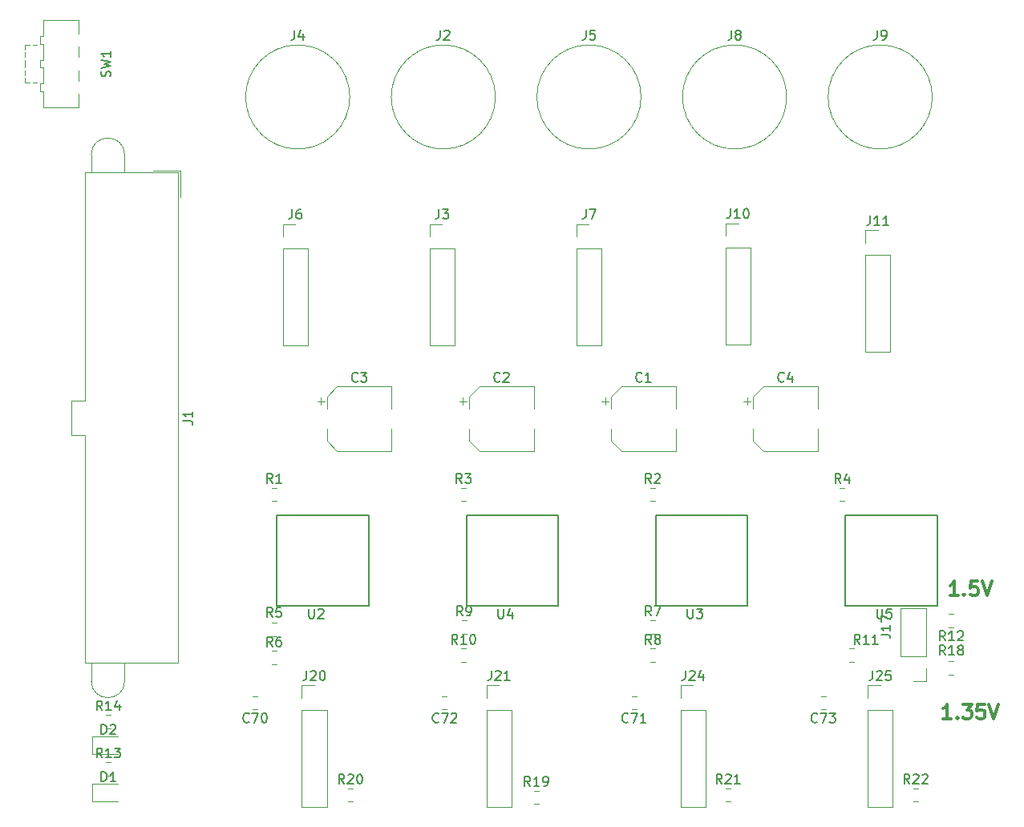
<source format=gbr>
G04 #@! TF.GenerationSoftware,KiCad,Pcbnew,(5.0.0-rc2-100-g6d77e594b)*
G04 #@! TF.CreationDate,2018-10-18T22:19:02+02:00*
G04 #@! TF.ProjectId,fuzzyduckv1,66757A7A796475636B76312E6B696361,rev?*
G04 #@! TF.SameCoordinates,Original*
G04 #@! TF.FileFunction,Legend,Top*
G04 #@! TF.FilePolarity,Positive*
%FSLAX46Y46*%
G04 Gerber Fmt 4.6, Leading zero omitted, Abs format (unit mm)*
G04 Created by KiCad (PCBNEW (5.0.0-rc2-100-g6d77e594b)) date Thu Oct 18 22:19:02 2018*
%MOMM*%
%LPD*%
G01*
G04 APERTURE LIST*
%ADD10C,0.300000*%
%ADD11C,0.120000*%
%ADD12C,0.150000*%
G04 APERTURE END LIST*
D10*
X145000000Y-106678571D02*
X144142857Y-106678571D01*
X144571428Y-106678571D02*
X144571428Y-105178571D01*
X144428571Y-105392857D01*
X144285714Y-105535714D01*
X144142857Y-105607142D01*
X145642857Y-106535714D02*
X145714285Y-106607142D01*
X145642857Y-106678571D01*
X145571428Y-106607142D01*
X145642857Y-106535714D01*
X145642857Y-106678571D01*
X146214285Y-105178571D02*
X147142857Y-105178571D01*
X146642857Y-105750000D01*
X146857142Y-105750000D01*
X147000000Y-105821428D01*
X147071428Y-105892857D01*
X147142857Y-106035714D01*
X147142857Y-106392857D01*
X147071428Y-106535714D01*
X147000000Y-106607142D01*
X146857142Y-106678571D01*
X146428571Y-106678571D01*
X146285714Y-106607142D01*
X146214285Y-106535714D01*
X148500000Y-105178571D02*
X147785714Y-105178571D01*
X147714285Y-105892857D01*
X147785714Y-105821428D01*
X147928571Y-105750000D01*
X148285714Y-105750000D01*
X148428571Y-105821428D01*
X148500000Y-105892857D01*
X148571428Y-106035714D01*
X148571428Y-106392857D01*
X148500000Y-106535714D01*
X148428571Y-106607142D01*
X148285714Y-106678571D01*
X147928571Y-106678571D01*
X147785714Y-106607142D01*
X147714285Y-106535714D01*
X149000000Y-105178571D02*
X149500000Y-106678571D01*
X150000000Y-105178571D01*
X145714285Y-93678571D02*
X144857142Y-93678571D01*
X145285714Y-93678571D02*
X145285714Y-92178571D01*
X145142857Y-92392857D01*
X145000000Y-92535714D01*
X144857142Y-92607142D01*
X146357142Y-93535714D02*
X146428571Y-93607142D01*
X146357142Y-93678571D01*
X146285714Y-93607142D01*
X146357142Y-93535714D01*
X146357142Y-93678571D01*
X147785714Y-92178571D02*
X147071428Y-92178571D01*
X147000000Y-92892857D01*
X147071428Y-92821428D01*
X147214285Y-92750000D01*
X147571428Y-92750000D01*
X147714285Y-92821428D01*
X147785714Y-92892857D01*
X147857142Y-93035714D01*
X147857142Y-93392857D01*
X147785714Y-93535714D01*
X147714285Y-93607142D01*
X147571428Y-93678571D01*
X147214285Y-93678571D01*
X147071428Y-93607142D01*
X147000000Y-93535714D01*
X148285714Y-92178571D02*
X148785714Y-93678571D01*
X149285714Y-92178571D01*
D11*
G04 #@! TO.C,C1*
X108456250Y-72758750D02*
X108456250Y-73546250D01*
X108062500Y-73152500D02*
X108850000Y-73152500D01*
X109090000Y-77345563D02*
X110154437Y-78410000D01*
X109090000Y-72654437D02*
X110154437Y-71590000D01*
X109090000Y-72654437D02*
X109090000Y-73940000D01*
X109090000Y-77345563D02*
X109090000Y-76060000D01*
X110154437Y-78410000D02*
X115910000Y-78410000D01*
X110154437Y-71590000D02*
X115910000Y-71590000D01*
X115910000Y-71590000D02*
X115910000Y-73940000D01*
X115910000Y-78410000D02*
X115910000Y-76060000D01*
G04 #@! TO.C,C2*
X100910000Y-78410000D02*
X100910000Y-76060000D01*
X100910000Y-71590000D02*
X100910000Y-73940000D01*
X95154437Y-71590000D02*
X100910000Y-71590000D01*
X95154437Y-78410000D02*
X100910000Y-78410000D01*
X94090000Y-77345563D02*
X94090000Y-76060000D01*
X94090000Y-72654437D02*
X94090000Y-73940000D01*
X94090000Y-72654437D02*
X95154437Y-71590000D01*
X94090000Y-77345563D02*
X95154437Y-78410000D01*
X93062500Y-73152500D02*
X93850000Y-73152500D01*
X93456250Y-72758750D02*
X93456250Y-73546250D01*
G04 #@! TO.C,C3*
X78456250Y-72758750D02*
X78456250Y-73546250D01*
X78062500Y-73152500D02*
X78850000Y-73152500D01*
X79090000Y-77345563D02*
X80154437Y-78410000D01*
X79090000Y-72654437D02*
X80154437Y-71590000D01*
X79090000Y-72654437D02*
X79090000Y-73940000D01*
X79090000Y-77345563D02*
X79090000Y-76060000D01*
X80154437Y-78410000D02*
X85910000Y-78410000D01*
X80154437Y-71590000D02*
X85910000Y-71590000D01*
X85910000Y-71590000D02*
X85910000Y-73940000D01*
X85910000Y-78410000D02*
X85910000Y-76060000D01*
G04 #@! TO.C,C4*
X130910000Y-78410000D02*
X130910000Y-76060000D01*
X130910000Y-71590000D02*
X130910000Y-73940000D01*
X125154437Y-71590000D02*
X130910000Y-71590000D01*
X125154437Y-78410000D02*
X130910000Y-78410000D01*
X124090000Y-77345563D02*
X124090000Y-76060000D01*
X124090000Y-72654437D02*
X124090000Y-73940000D01*
X124090000Y-72654437D02*
X125154437Y-71590000D01*
X124090000Y-77345563D02*
X125154437Y-78410000D01*
X123062500Y-73152500D02*
X123850000Y-73152500D01*
X123456250Y-72758750D02*
X123456250Y-73546250D01*
G04 #@! TO.C,C70*
X71758578Y-104290000D02*
X71241422Y-104290000D01*
X71758578Y-105710000D02*
X71241422Y-105710000D01*
G04 #@! TO.C,C71*
X111758578Y-105710000D02*
X111241422Y-105710000D01*
X111758578Y-104290000D02*
X111241422Y-104290000D01*
G04 #@! TO.C,C72*
X91758578Y-104290000D02*
X91241422Y-104290000D01*
X91758578Y-105710000D02*
X91241422Y-105710000D01*
G04 #@! TO.C,C73*
X131758578Y-105710000D02*
X131241422Y-105710000D01*
X131758578Y-104290000D02*
X131241422Y-104290000D01*
G04 #@! TO.C,D1*
X54315000Y-115460000D02*
X57000000Y-115460000D01*
X54315000Y-113540000D02*
X54315000Y-115460000D01*
X57000000Y-113540000D02*
X54315000Y-113540000D01*
G04 #@! TO.C,D2*
X57000000Y-108540000D02*
X54315000Y-108540000D01*
X54315000Y-108540000D02*
X54315000Y-110460000D01*
X54315000Y-110460000D02*
X57000000Y-110460000D01*
G04 #@! TO.C,J1*
X57720000Y-47100000D02*
G75*
G03X54200000Y-47100000I-1760000J0D01*
G01*
X54200000Y-102700000D02*
G75*
G03X57720000Y-102700000I1760000J0D01*
G01*
X57720000Y-47100000D02*
X57720000Y-48990000D01*
X54200000Y-47100000D02*
X54200000Y-48990000D01*
X57720000Y-102700000D02*
X57720000Y-100810000D01*
X54200000Y-102700000D02*
X54200000Y-100810000D01*
X63360000Y-74900000D02*
X63360000Y-48990000D01*
X63360000Y-48990000D02*
X53540000Y-48990000D01*
X53540000Y-48990000D02*
X53540000Y-73090000D01*
X53540000Y-73090000D02*
X52140000Y-73090000D01*
X52140000Y-73090000D02*
X52140000Y-74900000D01*
X63360000Y-74900000D02*
X63360000Y-100810000D01*
X63360000Y-100810000D02*
X53540000Y-100810000D01*
X53540000Y-100810000D02*
X53540000Y-76710000D01*
X53540000Y-76710000D02*
X52140000Y-76710000D01*
X52140000Y-76710000D02*
X52140000Y-74900000D01*
X63600000Y-51600000D02*
X63600000Y-48750000D01*
X63600000Y-48750000D02*
X60750000Y-48750000D01*
G04 #@! TO.C,J2*
X96875000Y-41000000D02*
G75*
G03X96875000Y-41000000I-5500000J0D01*
G01*
G04 #@! TO.C,J4*
X81500000Y-41000000D02*
G75*
G03X81500000Y-41000000I-5500000J0D01*
G01*
G04 #@! TO.C,J5*
X112250000Y-41000000D02*
G75*
G03X112250000Y-41000000I-5500000J0D01*
G01*
G04 #@! TO.C,J8*
X127625000Y-41000000D02*
G75*
G03X127625000Y-41000000I-5500000J0D01*
G01*
G04 #@! TO.C,J9*
X143000000Y-41000000D02*
G75*
G03X143000000Y-41000000I-5500000J0D01*
G01*
G04 #@! TO.C,J17*
X142330000Y-94994492D02*
X139670000Y-94994492D01*
X142330000Y-100134492D02*
X142330000Y-94994492D01*
X139670000Y-100134492D02*
X139670000Y-94994492D01*
X142330000Y-100134492D02*
X139670000Y-100134492D01*
X142330000Y-101404492D02*
X142330000Y-102734492D01*
X142330000Y-102734492D02*
X141000000Y-102734492D01*
G04 #@! TO.C,R1*
X73241422Y-83710000D02*
X73758578Y-83710000D01*
X73241422Y-82290000D02*
X73758578Y-82290000D01*
G04 #@! TO.C,R2*
X113241422Y-82290000D02*
X113758578Y-82290000D01*
X113241422Y-83710000D02*
X113758578Y-83710000D01*
G04 #@! TO.C,R3*
X93241422Y-83710000D02*
X93758578Y-83710000D01*
X93241422Y-82290000D02*
X93758578Y-82290000D01*
G04 #@! TO.C,R4*
X133241422Y-83710000D02*
X133758578Y-83710000D01*
X133241422Y-82290000D02*
X133758578Y-82290000D01*
G04 #@! TO.C,R5*
X73241422Y-96540000D02*
X73758578Y-96540000D01*
X73241422Y-97960000D02*
X73758578Y-97960000D01*
G04 #@! TO.C,R6*
X73241422Y-100960000D02*
X73758578Y-100960000D01*
X73241422Y-99540000D02*
X73758578Y-99540000D01*
G04 #@! TO.C,R7*
X113241422Y-96290000D02*
X113758578Y-96290000D01*
X113241422Y-97710000D02*
X113758578Y-97710000D01*
G04 #@! TO.C,R8*
X113241422Y-100710000D02*
X113758578Y-100710000D01*
X113241422Y-99290000D02*
X113758578Y-99290000D01*
G04 #@! TO.C,R9*
X93303922Y-96290000D02*
X93821078Y-96290000D01*
X93303922Y-97710000D02*
X93821078Y-97710000D01*
G04 #@! TO.C,R10*
X93241422Y-100710000D02*
X93758578Y-100710000D01*
X93241422Y-99290000D02*
X93758578Y-99290000D01*
G04 #@! TO.C,R11*
X134241422Y-100710000D02*
X134758578Y-100710000D01*
X134241422Y-99290000D02*
X134758578Y-99290000D01*
G04 #@! TO.C,R12*
X145258578Y-97034492D02*
X144741422Y-97034492D01*
X145258578Y-95614492D02*
X144741422Y-95614492D01*
G04 #@! TO.C,R13*
X55741422Y-111290000D02*
X56258578Y-111290000D01*
X55741422Y-112710000D02*
X56258578Y-112710000D01*
G04 #@! TO.C,R14*
X55741422Y-106290000D02*
X56258578Y-106290000D01*
X55741422Y-107710000D02*
X56258578Y-107710000D01*
G04 #@! TO.C,R18*
X145258578Y-102001992D02*
X144741422Y-102001992D01*
X145258578Y-100581992D02*
X144741422Y-100581992D01*
G04 #@! TO.C,SW1*
X52900000Y-40700000D02*
X52900000Y-42100000D01*
X52900000Y-42100000D02*
X49100000Y-42100000D01*
X49100000Y-32900000D02*
X52900000Y-32900000D01*
X52900000Y-32900000D02*
X52900000Y-34300000D01*
X52900000Y-39300000D02*
X52900000Y-38200000D01*
X52900000Y-38200000D02*
X52900000Y-38200000D01*
X52900000Y-36800000D02*
X52900000Y-35700000D01*
X52900000Y-35700000D02*
X52900000Y-35700000D01*
X49100000Y-42100000D02*
X49100000Y-40400000D01*
X49100000Y-40400000D02*
X48800000Y-40400000D01*
X48800000Y-40400000D02*
X48800000Y-39600000D01*
X48800000Y-39600000D02*
X49100000Y-39600000D01*
X49100000Y-39600000D02*
X49100000Y-37900000D01*
X49100000Y-37900000D02*
X48800000Y-37900000D01*
X48800000Y-37900000D02*
X48800000Y-37100000D01*
X48800000Y-37100000D02*
X49100000Y-37100000D01*
X49100000Y-37100000D02*
X49100000Y-35400000D01*
X49100000Y-35400000D02*
X48800000Y-35400000D01*
X48800000Y-35400000D02*
X48800000Y-34600000D01*
X48800000Y-34600000D02*
X49100000Y-34600000D01*
X49100000Y-34600000D02*
X49100000Y-32900000D01*
X49100000Y-32900000D02*
X49100000Y-32900000D01*
X47200000Y-35500000D02*
X47700000Y-35500000D01*
X47700000Y-35500000D02*
X47700000Y-35500000D01*
X47200000Y-35500000D02*
X47200000Y-36000000D01*
X47200000Y-36000000D02*
X47200000Y-36000000D01*
X47200000Y-39500000D02*
X47200000Y-39000000D01*
X47200000Y-39000000D02*
X47200000Y-39000000D01*
X47200000Y-39500000D02*
X47700000Y-39500000D01*
X47700000Y-39500000D02*
X47700000Y-39500000D01*
X48000000Y-39500000D02*
X48500000Y-39500000D01*
X48500000Y-39500000D02*
X48500000Y-39500000D01*
X48000000Y-35500000D02*
X48500000Y-35500000D01*
X48500000Y-35500000D02*
X48500000Y-35500000D01*
X47200000Y-36300000D02*
X47200000Y-36800000D01*
X47200000Y-36800000D02*
X47200000Y-36800000D01*
X47200000Y-38700000D02*
X47200000Y-38200000D01*
X47200000Y-38200000D02*
X47200000Y-38200000D01*
X47200000Y-37900000D02*
X47200000Y-37100000D01*
X47200000Y-37100000D02*
X47200000Y-37100000D01*
D12*
G04 #@! TO.C,U2*
X83500000Y-85240000D02*
X83500000Y-94760000D01*
X73800000Y-85240000D02*
X73800000Y-94760000D01*
X73799220Y-94772660D02*
X83496940Y-94762500D01*
X83499480Y-85227340D02*
X73801760Y-85224800D01*
G04 #@! TO.C,U3*
X123499480Y-85227340D02*
X113801760Y-85224800D01*
X113799220Y-94772660D02*
X123496940Y-94762500D01*
X113800000Y-85240000D02*
X113800000Y-94760000D01*
X123500000Y-85240000D02*
X123500000Y-94760000D01*
G04 #@! TO.C,U4*
X103500000Y-85240000D02*
X103500000Y-94760000D01*
X93800000Y-85240000D02*
X93800000Y-94760000D01*
X93799220Y-94772660D02*
X103496940Y-94762500D01*
X103499480Y-85227340D02*
X93801760Y-85224800D01*
G04 #@! TO.C,U5*
X143499480Y-85227340D02*
X133801760Y-85224800D01*
X133799220Y-94772660D02*
X143496940Y-94762500D01*
X133800000Y-85240000D02*
X133800000Y-94760000D01*
X143500000Y-85240000D02*
X143500000Y-94760000D01*
D11*
G04 #@! TO.C,J3*
X89920000Y-67240000D02*
X92580000Y-67240000D01*
X89920000Y-57020000D02*
X89920000Y-67240000D01*
X92580000Y-57020000D02*
X92580000Y-67240000D01*
X89920000Y-57020000D02*
X92580000Y-57020000D01*
X89920000Y-55750000D02*
X89920000Y-54420000D01*
X89920000Y-54420000D02*
X91250000Y-54420000D01*
G04 #@! TO.C,J6*
X74420000Y-67240000D02*
X77080000Y-67240000D01*
X74420000Y-57020000D02*
X74420000Y-67240000D01*
X77080000Y-57020000D02*
X77080000Y-67240000D01*
X74420000Y-57020000D02*
X77080000Y-57020000D01*
X74420000Y-55750000D02*
X74420000Y-54420000D01*
X74420000Y-54420000D02*
X75750000Y-54420000D01*
G04 #@! TO.C,J7*
X105420000Y-54420000D02*
X106750000Y-54420000D01*
X105420000Y-55750000D02*
X105420000Y-54420000D01*
X105420000Y-57020000D02*
X108080000Y-57020000D01*
X108080000Y-57020000D02*
X108080000Y-67240000D01*
X105420000Y-57020000D02*
X105420000Y-67240000D01*
X105420000Y-67240000D02*
X108080000Y-67240000D01*
G04 #@! TO.C,J10*
X121170000Y-54340000D02*
X122500000Y-54340000D01*
X121170000Y-55670000D02*
X121170000Y-54340000D01*
X121170000Y-56940000D02*
X123830000Y-56940000D01*
X123830000Y-56940000D02*
X123830000Y-67160000D01*
X121170000Y-56940000D02*
X121170000Y-67160000D01*
X121170000Y-67160000D02*
X123830000Y-67160000D01*
G04 #@! TO.C,J11*
X135920000Y-67910000D02*
X138580000Y-67910000D01*
X135920000Y-57690000D02*
X135920000Y-67910000D01*
X138580000Y-57690000D02*
X138580000Y-67910000D01*
X135920000Y-57690000D02*
X138580000Y-57690000D01*
X135920000Y-56420000D02*
X135920000Y-55090000D01*
X135920000Y-55090000D02*
X137250000Y-55090000D01*
G04 #@! TO.C,J20*
X76420000Y-103170000D02*
X77750000Y-103170000D01*
X76420000Y-104500000D02*
X76420000Y-103170000D01*
X76420000Y-105770000D02*
X79080000Y-105770000D01*
X79080000Y-105770000D02*
X79080000Y-115990000D01*
X76420000Y-105770000D02*
X76420000Y-115990000D01*
X76420000Y-115990000D02*
X79080000Y-115990000D01*
G04 #@! TO.C,J21*
X95920000Y-115990000D02*
X98580000Y-115990000D01*
X95920000Y-105770000D02*
X95920000Y-115990000D01*
X98580000Y-105770000D02*
X98580000Y-115990000D01*
X95920000Y-105770000D02*
X98580000Y-105770000D01*
X95920000Y-104500000D02*
X95920000Y-103170000D01*
X95920000Y-103170000D02*
X97250000Y-103170000D01*
G04 #@! TO.C,J24*
X116420000Y-115990000D02*
X119080000Y-115990000D01*
X116420000Y-105770000D02*
X116420000Y-115990000D01*
X119080000Y-105770000D02*
X119080000Y-115990000D01*
X116420000Y-105770000D02*
X119080000Y-105770000D01*
X116420000Y-104500000D02*
X116420000Y-103170000D01*
X116420000Y-103170000D02*
X117750000Y-103170000D01*
G04 #@! TO.C,J25*
X136170000Y-103170000D02*
X137500000Y-103170000D01*
X136170000Y-104500000D02*
X136170000Y-103170000D01*
X136170000Y-105770000D02*
X138830000Y-105770000D01*
X138830000Y-105770000D02*
X138830000Y-115990000D01*
X136170000Y-105770000D02*
X136170000Y-115990000D01*
X136170000Y-115990000D02*
X138830000Y-115990000D01*
G04 #@! TO.C,R19*
X100928922Y-114290000D02*
X101446078Y-114290000D01*
X100928922Y-115710000D02*
X101446078Y-115710000D01*
G04 #@! TO.C,R20*
X81303922Y-114040000D02*
X81821078Y-114040000D01*
X81303922Y-115460000D02*
X81821078Y-115460000D01*
G04 #@! TO.C,R21*
X121178922Y-115460000D02*
X121696078Y-115460000D01*
X121178922Y-114040000D02*
X121696078Y-114040000D01*
G04 #@! TO.C,R22*
X140991422Y-115460000D02*
X141508578Y-115460000D01*
X140991422Y-114040000D02*
X141508578Y-114040000D01*
G04 #@! TO.C,C1*
D12*
X112333333Y-71007142D02*
X112285714Y-71054761D01*
X112142857Y-71102380D01*
X112047619Y-71102380D01*
X111904761Y-71054761D01*
X111809523Y-70959523D01*
X111761904Y-70864285D01*
X111714285Y-70673809D01*
X111714285Y-70530952D01*
X111761904Y-70340476D01*
X111809523Y-70245238D01*
X111904761Y-70150000D01*
X112047619Y-70102380D01*
X112142857Y-70102380D01*
X112285714Y-70150000D01*
X112333333Y-70197619D01*
X113285714Y-71102380D02*
X112714285Y-71102380D01*
X113000000Y-71102380D02*
X113000000Y-70102380D01*
X112904761Y-70245238D01*
X112809523Y-70340476D01*
X112714285Y-70388095D01*
G04 #@! TO.C,C2*
X97333333Y-71007142D02*
X97285714Y-71054761D01*
X97142857Y-71102380D01*
X97047619Y-71102380D01*
X96904761Y-71054761D01*
X96809523Y-70959523D01*
X96761904Y-70864285D01*
X96714285Y-70673809D01*
X96714285Y-70530952D01*
X96761904Y-70340476D01*
X96809523Y-70245238D01*
X96904761Y-70150000D01*
X97047619Y-70102380D01*
X97142857Y-70102380D01*
X97285714Y-70150000D01*
X97333333Y-70197619D01*
X97714285Y-70197619D02*
X97761904Y-70150000D01*
X97857142Y-70102380D01*
X98095238Y-70102380D01*
X98190476Y-70150000D01*
X98238095Y-70197619D01*
X98285714Y-70292857D01*
X98285714Y-70388095D01*
X98238095Y-70530952D01*
X97666666Y-71102380D01*
X98285714Y-71102380D01*
G04 #@! TO.C,C3*
X82333333Y-71007142D02*
X82285714Y-71054761D01*
X82142857Y-71102380D01*
X82047619Y-71102380D01*
X81904761Y-71054761D01*
X81809523Y-70959523D01*
X81761904Y-70864285D01*
X81714285Y-70673809D01*
X81714285Y-70530952D01*
X81761904Y-70340476D01*
X81809523Y-70245238D01*
X81904761Y-70150000D01*
X82047619Y-70102380D01*
X82142857Y-70102380D01*
X82285714Y-70150000D01*
X82333333Y-70197619D01*
X82666666Y-70102380D02*
X83285714Y-70102380D01*
X82952380Y-70483333D01*
X83095238Y-70483333D01*
X83190476Y-70530952D01*
X83238095Y-70578571D01*
X83285714Y-70673809D01*
X83285714Y-70911904D01*
X83238095Y-71007142D01*
X83190476Y-71054761D01*
X83095238Y-71102380D01*
X82809523Y-71102380D01*
X82714285Y-71054761D01*
X82666666Y-71007142D01*
G04 #@! TO.C,C4*
X127333333Y-71007142D02*
X127285714Y-71054761D01*
X127142857Y-71102380D01*
X127047619Y-71102380D01*
X126904761Y-71054761D01*
X126809523Y-70959523D01*
X126761904Y-70864285D01*
X126714285Y-70673809D01*
X126714285Y-70530952D01*
X126761904Y-70340476D01*
X126809523Y-70245238D01*
X126904761Y-70150000D01*
X127047619Y-70102380D01*
X127142857Y-70102380D01*
X127285714Y-70150000D01*
X127333333Y-70197619D01*
X128190476Y-70435714D02*
X128190476Y-71102380D01*
X127952380Y-70054761D02*
X127714285Y-70769047D01*
X128333333Y-70769047D01*
G04 #@! TO.C,C70*
X70857142Y-107007142D02*
X70809523Y-107054761D01*
X70666666Y-107102380D01*
X70571428Y-107102380D01*
X70428571Y-107054761D01*
X70333333Y-106959523D01*
X70285714Y-106864285D01*
X70238095Y-106673809D01*
X70238095Y-106530952D01*
X70285714Y-106340476D01*
X70333333Y-106245238D01*
X70428571Y-106150000D01*
X70571428Y-106102380D01*
X70666666Y-106102380D01*
X70809523Y-106150000D01*
X70857142Y-106197619D01*
X71190476Y-106102380D02*
X71857142Y-106102380D01*
X71428571Y-107102380D01*
X72428571Y-106102380D02*
X72523809Y-106102380D01*
X72619047Y-106150000D01*
X72666666Y-106197619D01*
X72714285Y-106292857D01*
X72761904Y-106483333D01*
X72761904Y-106721428D01*
X72714285Y-106911904D01*
X72666666Y-107007142D01*
X72619047Y-107054761D01*
X72523809Y-107102380D01*
X72428571Y-107102380D01*
X72333333Y-107054761D01*
X72285714Y-107007142D01*
X72238095Y-106911904D01*
X72190476Y-106721428D01*
X72190476Y-106483333D01*
X72238095Y-106292857D01*
X72285714Y-106197619D01*
X72333333Y-106150000D01*
X72428571Y-106102380D01*
G04 #@! TO.C,C71*
X110857142Y-107007142D02*
X110809523Y-107054761D01*
X110666666Y-107102380D01*
X110571428Y-107102380D01*
X110428571Y-107054761D01*
X110333333Y-106959523D01*
X110285714Y-106864285D01*
X110238095Y-106673809D01*
X110238095Y-106530952D01*
X110285714Y-106340476D01*
X110333333Y-106245238D01*
X110428571Y-106150000D01*
X110571428Y-106102380D01*
X110666666Y-106102380D01*
X110809523Y-106150000D01*
X110857142Y-106197619D01*
X111190476Y-106102380D02*
X111857142Y-106102380D01*
X111428571Y-107102380D01*
X112761904Y-107102380D02*
X112190476Y-107102380D01*
X112476190Y-107102380D02*
X112476190Y-106102380D01*
X112380952Y-106245238D01*
X112285714Y-106340476D01*
X112190476Y-106388095D01*
G04 #@! TO.C,C72*
X90857142Y-107007142D02*
X90809523Y-107054761D01*
X90666666Y-107102380D01*
X90571428Y-107102380D01*
X90428571Y-107054761D01*
X90333333Y-106959523D01*
X90285714Y-106864285D01*
X90238095Y-106673809D01*
X90238095Y-106530952D01*
X90285714Y-106340476D01*
X90333333Y-106245238D01*
X90428571Y-106150000D01*
X90571428Y-106102380D01*
X90666666Y-106102380D01*
X90809523Y-106150000D01*
X90857142Y-106197619D01*
X91190476Y-106102380D02*
X91857142Y-106102380D01*
X91428571Y-107102380D01*
X92190476Y-106197619D02*
X92238095Y-106150000D01*
X92333333Y-106102380D01*
X92571428Y-106102380D01*
X92666666Y-106150000D01*
X92714285Y-106197619D01*
X92761904Y-106292857D01*
X92761904Y-106388095D01*
X92714285Y-106530952D01*
X92142857Y-107102380D01*
X92761904Y-107102380D01*
G04 #@! TO.C,C73*
X130857142Y-107007142D02*
X130809523Y-107054761D01*
X130666666Y-107102380D01*
X130571428Y-107102380D01*
X130428571Y-107054761D01*
X130333333Y-106959523D01*
X130285714Y-106864285D01*
X130238095Y-106673809D01*
X130238095Y-106530952D01*
X130285714Y-106340476D01*
X130333333Y-106245238D01*
X130428571Y-106150000D01*
X130571428Y-106102380D01*
X130666666Y-106102380D01*
X130809523Y-106150000D01*
X130857142Y-106197619D01*
X131190476Y-106102380D02*
X131857142Y-106102380D01*
X131428571Y-107102380D01*
X132142857Y-106102380D02*
X132761904Y-106102380D01*
X132428571Y-106483333D01*
X132571428Y-106483333D01*
X132666666Y-106530952D01*
X132714285Y-106578571D01*
X132761904Y-106673809D01*
X132761904Y-106911904D01*
X132714285Y-107007142D01*
X132666666Y-107054761D01*
X132571428Y-107102380D01*
X132285714Y-107102380D01*
X132190476Y-107054761D01*
X132142857Y-107007142D01*
G04 #@! TO.C,D1*
X55261904Y-113302380D02*
X55261904Y-112302380D01*
X55500000Y-112302380D01*
X55642857Y-112350000D01*
X55738095Y-112445238D01*
X55785714Y-112540476D01*
X55833333Y-112730952D01*
X55833333Y-112873809D01*
X55785714Y-113064285D01*
X55738095Y-113159523D01*
X55642857Y-113254761D01*
X55500000Y-113302380D01*
X55261904Y-113302380D01*
X56785714Y-113302380D02*
X56214285Y-113302380D01*
X56500000Y-113302380D02*
X56500000Y-112302380D01*
X56404761Y-112445238D01*
X56309523Y-112540476D01*
X56214285Y-112588095D01*
G04 #@! TO.C,D2*
X55261904Y-108302380D02*
X55261904Y-107302380D01*
X55500000Y-107302380D01*
X55642857Y-107350000D01*
X55738095Y-107445238D01*
X55785714Y-107540476D01*
X55833333Y-107730952D01*
X55833333Y-107873809D01*
X55785714Y-108064285D01*
X55738095Y-108159523D01*
X55642857Y-108254761D01*
X55500000Y-108302380D01*
X55261904Y-108302380D01*
X56214285Y-107397619D02*
X56261904Y-107350000D01*
X56357142Y-107302380D01*
X56595238Y-107302380D01*
X56690476Y-107350000D01*
X56738095Y-107397619D01*
X56785714Y-107492857D01*
X56785714Y-107588095D01*
X56738095Y-107730952D01*
X56166666Y-108302380D01*
X56785714Y-108302380D01*
G04 #@! TO.C,J1*
X63902380Y-75233333D02*
X64616666Y-75233333D01*
X64759523Y-75280952D01*
X64854761Y-75376190D01*
X64902380Y-75519047D01*
X64902380Y-75614285D01*
X64902380Y-74233333D02*
X64902380Y-74804761D01*
X64902380Y-74519047D02*
X63902380Y-74519047D01*
X64045238Y-74614285D01*
X64140476Y-74709523D01*
X64188095Y-74804761D01*
G04 #@! TO.C,J2*
X91041666Y-33952380D02*
X91041666Y-34666666D01*
X90994047Y-34809523D01*
X90898809Y-34904761D01*
X90755952Y-34952380D01*
X90660714Y-34952380D01*
X91470238Y-34047619D02*
X91517857Y-34000000D01*
X91613095Y-33952380D01*
X91851190Y-33952380D01*
X91946428Y-34000000D01*
X91994047Y-34047619D01*
X92041666Y-34142857D01*
X92041666Y-34238095D01*
X91994047Y-34380952D01*
X91422619Y-34952380D01*
X92041666Y-34952380D01*
G04 #@! TO.C,J4*
X75666666Y-33952380D02*
X75666666Y-34666666D01*
X75619047Y-34809523D01*
X75523809Y-34904761D01*
X75380952Y-34952380D01*
X75285714Y-34952380D01*
X76571428Y-34285714D02*
X76571428Y-34952380D01*
X76333333Y-33904761D02*
X76095238Y-34619047D01*
X76714285Y-34619047D01*
G04 #@! TO.C,J5*
X106416666Y-33952380D02*
X106416666Y-34666666D01*
X106369047Y-34809523D01*
X106273809Y-34904761D01*
X106130952Y-34952380D01*
X106035714Y-34952380D01*
X107369047Y-33952380D02*
X106892857Y-33952380D01*
X106845238Y-34428571D01*
X106892857Y-34380952D01*
X106988095Y-34333333D01*
X107226190Y-34333333D01*
X107321428Y-34380952D01*
X107369047Y-34428571D01*
X107416666Y-34523809D01*
X107416666Y-34761904D01*
X107369047Y-34857142D01*
X107321428Y-34904761D01*
X107226190Y-34952380D01*
X106988095Y-34952380D01*
X106892857Y-34904761D01*
X106845238Y-34857142D01*
G04 #@! TO.C,J8*
X121791666Y-33952380D02*
X121791666Y-34666666D01*
X121744047Y-34809523D01*
X121648809Y-34904761D01*
X121505952Y-34952380D01*
X121410714Y-34952380D01*
X122410714Y-34380952D02*
X122315476Y-34333333D01*
X122267857Y-34285714D01*
X122220238Y-34190476D01*
X122220238Y-34142857D01*
X122267857Y-34047619D01*
X122315476Y-34000000D01*
X122410714Y-33952380D01*
X122601190Y-33952380D01*
X122696428Y-34000000D01*
X122744047Y-34047619D01*
X122791666Y-34142857D01*
X122791666Y-34190476D01*
X122744047Y-34285714D01*
X122696428Y-34333333D01*
X122601190Y-34380952D01*
X122410714Y-34380952D01*
X122315476Y-34428571D01*
X122267857Y-34476190D01*
X122220238Y-34571428D01*
X122220238Y-34761904D01*
X122267857Y-34857142D01*
X122315476Y-34904761D01*
X122410714Y-34952380D01*
X122601190Y-34952380D01*
X122696428Y-34904761D01*
X122744047Y-34857142D01*
X122791666Y-34761904D01*
X122791666Y-34571428D01*
X122744047Y-34476190D01*
X122696428Y-34428571D01*
X122601190Y-34380952D01*
G04 #@! TO.C,J9*
X137166666Y-33952380D02*
X137166666Y-34666666D01*
X137119047Y-34809523D01*
X137023809Y-34904761D01*
X136880952Y-34952380D01*
X136785714Y-34952380D01*
X137690476Y-34952380D02*
X137880952Y-34952380D01*
X137976190Y-34904761D01*
X138023809Y-34857142D01*
X138119047Y-34714285D01*
X138166666Y-34523809D01*
X138166666Y-34142857D01*
X138119047Y-34047619D01*
X138071428Y-34000000D01*
X137976190Y-33952380D01*
X137785714Y-33952380D01*
X137690476Y-34000000D01*
X137642857Y-34047619D01*
X137595238Y-34142857D01*
X137595238Y-34380952D01*
X137642857Y-34476190D01*
X137690476Y-34523809D01*
X137785714Y-34571428D01*
X137976190Y-34571428D01*
X138071428Y-34523809D01*
X138119047Y-34476190D01*
X138166666Y-34380952D01*
G04 #@! TO.C,J17*
X137581032Y-97809523D02*
X138295318Y-97809523D01*
X138438175Y-97857142D01*
X138533413Y-97952380D01*
X138581032Y-98095238D01*
X138581032Y-98190476D01*
X138581032Y-96809523D02*
X138581032Y-97380952D01*
X138581032Y-97095238D02*
X137581032Y-97095238D01*
X137723890Y-97190476D01*
X137819128Y-97285714D01*
X137866747Y-97380952D01*
X137581032Y-96476190D02*
X137581032Y-95809523D01*
X138581032Y-96238095D01*
G04 #@! TO.C,R1*
X73333333Y-81802380D02*
X73000000Y-81326190D01*
X72761904Y-81802380D02*
X72761904Y-80802380D01*
X73142857Y-80802380D01*
X73238095Y-80850000D01*
X73285714Y-80897619D01*
X73333333Y-80992857D01*
X73333333Y-81135714D01*
X73285714Y-81230952D01*
X73238095Y-81278571D01*
X73142857Y-81326190D01*
X72761904Y-81326190D01*
X74285714Y-81802380D02*
X73714285Y-81802380D01*
X74000000Y-81802380D02*
X74000000Y-80802380D01*
X73904761Y-80945238D01*
X73809523Y-81040476D01*
X73714285Y-81088095D01*
G04 #@! TO.C,R2*
X113333333Y-81802380D02*
X113000000Y-81326190D01*
X112761904Y-81802380D02*
X112761904Y-80802380D01*
X113142857Y-80802380D01*
X113238095Y-80850000D01*
X113285714Y-80897619D01*
X113333333Y-80992857D01*
X113333333Y-81135714D01*
X113285714Y-81230952D01*
X113238095Y-81278571D01*
X113142857Y-81326190D01*
X112761904Y-81326190D01*
X113714285Y-80897619D02*
X113761904Y-80850000D01*
X113857142Y-80802380D01*
X114095238Y-80802380D01*
X114190476Y-80850000D01*
X114238095Y-80897619D01*
X114285714Y-80992857D01*
X114285714Y-81088095D01*
X114238095Y-81230952D01*
X113666666Y-81802380D01*
X114285714Y-81802380D01*
G04 #@! TO.C,R3*
X93333333Y-81802380D02*
X93000000Y-81326190D01*
X92761904Y-81802380D02*
X92761904Y-80802380D01*
X93142857Y-80802380D01*
X93238095Y-80850000D01*
X93285714Y-80897619D01*
X93333333Y-80992857D01*
X93333333Y-81135714D01*
X93285714Y-81230952D01*
X93238095Y-81278571D01*
X93142857Y-81326190D01*
X92761904Y-81326190D01*
X93666666Y-80802380D02*
X94285714Y-80802380D01*
X93952380Y-81183333D01*
X94095238Y-81183333D01*
X94190476Y-81230952D01*
X94238095Y-81278571D01*
X94285714Y-81373809D01*
X94285714Y-81611904D01*
X94238095Y-81707142D01*
X94190476Y-81754761D01*
X94095238Y-81802380D01*
X93809523Y-81802380D01*
X93714285Y-81754761D01*
X93666666Y-81707142D01*
G04 #@! TO.C,R4*
X133333333Y-81802380D02*
X133000000Y-81326190D01*
X132761904Y-81802380D02*
X132761904Y-80802380D01*
X133142857Y-80802380D01*
X133238095Y-80850000D01*
X133285714Y-80897619D01*
X133333333Y-80992857D01*
X133333333Y-81135714D01*
X133285714Y-81230952D01*
X133238095Y-81278571D01*
X133142857Y-81326190D01*
X132761904Y-81326190D01*
X134190476Y-81135714D02*
X134190476Y-81802380D01*
X133952380Y-80754761D02*
X133714285Y-81469047D01*
X134333333Y-81469047D01*
G04 #@! TO.C,R5*
X73333333Y-95952380D02*
X73000000Y-95476190D01*
X72761904Y-95952380D02*
X72761904Y-94952380D01*
X73142857Y-94952380D01*
X73238095Y-95000000D01*
X73285714Y-95047619D01*
X73333333Y-95142857D01*
X73333333Y-95285714D01*
X73285714Y-95380952D01*
X73238095Y-95428571D01*
X73142857Y-95476190D01*
X72761904Y-95476190D01*
X74238095Y-94952380D02*
X73761904Y-94952380D01*
X73714285Y-95428571D01*
X73761904Y-95380952D01*
X73857142Y-95333333D01*
X74095238Y-95333333D01*
X74190476Y-95380952D01*
X74238095Y-95428571D01*
X74285714Y-95523809D01*
X74285714Y-95761904D01*
X74238095Y-95857142D01*
X74190476Y-95904761D01*
X74095238Y-95952380D01*
X73857142Y-95952380D01*
X73761904Y-95904761D01*
X73714285Y-95857142D01*
G04 #@! TO.C,R6*
X73333333Y-99052380D02*
X73000000Y-98576190D01*
X72761904Y-99052380D02*
X72761904Y-98052380D01*
X73142857Y-98052380D01*
X73238095Y-98100000D01*
X73285714Y-98147619D01*
X73333333Y-98242857D01*
X73333333Y-98385714D01*
X73285714Y-98480952D01*
X73238095Y-98528571D01*
X73142857Y-98576190D01*
X72761904Y-98576190D01*
X74190476Y-98052380D02*
X74000000Y-98052380D01*
X73904761Y-98100000D01*
X73857142Y-98147619D01*
X73761904Y-98290476D01*
X73714285Y-98480952D01*
X73714285Y-98861904D01*
X73761904Y-98957142D01*
X73809523Y-99004761D01*
X73904761Y-99052380D01*
X74095238Y-99052380D01*
X74190476Y-99004761D01*
X74238095Y-98957142D01*
X74285714Y-98861904D01*
X74285714Y-98623809D01*
X74238095Y-98528571D01*
X74190476Y-98480952D01*
X74095238Y-98433333D01*
X73904761Y-98433333D01*
X73809523Y-98480952D01*
X73761904Y-98528571D01*
X73714285Y-98623809D01*
G04 #@! TO.C,R7*
X113333333Y-95802380D02*
X113000000Y-95326190D01*
X112761904Y-95802380D02*
X112761904Y-94802380D01*
X113142857Y-94802380D01*
X113238095Y-94850000D01*
X113285714Y-94897619D01*
X113333333Y-94992857D01*
X113333333Y-95135714D01*
X113285714Y-95230952D01*
X113238095Y-95278571D01*
X113142857Y-95326190D01*
X112761904Y-95326190D01*
X113666666Y-94802380D02*
X114333333Y-94802380D01*
X113904761Y-95802380D01*
G04 #@! TO.C,R8*
X113333333Y-98802380D02*
X113000000Y-98326190D01*
X112761904Y-98802380D02*
X112761904Y-97802380D01*
X113142857Y-97802380D01*
X113238095Y-97850000D01*
X113285714Y-97897619D01*
X113333333Y-97992857D01*
X113333333Y-98135714D01*
X113285714Y-98230952D01*
X113238095Y-98278571D01*
X113142857Y-98326190D01*
X112761904Y-98326190D01*
X113904761Y-98230952D02*
X113809523Y-98183333D01*
X113761904Y-98135714D01*
X113714285Y-98040476D01*
X113714285Y-97992857D01*
X113761904Y-97897619D01*
X113809523Y-97850000D01*
X113904761Y-97802380D01*
X114095238Y-97802380D01*
X114190476Y-97850000D01*
X114238095Y-97897619D01*
X114285714Y-97992857D01*
X114285714Y-98040476D01*
X114238095Y-98135714D01*
X114190476Y-98183333D01*
X114095238Y-98230952D01*
X113904761Y-98230952D01*
X113809523Y-98278571D01*
X113761904Y-98326190D01*
X113714285Y-98421428D01*
X113714285Y-98611904D01*
X113761904Y-98707142D01*
X113809523Y-98754761D01*
X113904761Y-98802380D01*
X114095238Y-98802380D01*
X114190476Y-98754761D01*
X114238095Y-98707142D01*
X114285714Y-98611904D01*
X114285714Y-98421428D01*
X114238095Y-98326190D01*
X114190476Y-98278571D01*
X114095238Y-98230952D01*
G04 #@! TO.C,R9*
X93395833Y-95802380D02*
X93062500Y-95326190D01*
X92824404Y-95802380D02*
X92824404Y-94802380D01*
X93205357Y-94802380D01*
X93300595Y-94850000D01*
X93348214Y-94897619D01*
X93395833Y-94992857D01*
X93395833Y-95135714D01*
X93348214Y-95230952D01*
X93300595Y-95278571D01*
X93205357Y-95326190D01*
X92824404Y-95326190D01*
X93872023Y-95802380D02*
X94062500Y-95802380D01*
X94157738Y-95754761D01*
X94205357Y-95707142D01*
X94300595Y-95564285D01*
X94348214Y-95373809D01*
X94348214Y-94992857D01*
X94300595Y-94897619D01*
X94252976Y-94850000D01*
X94157738Y-94802380D01*
X93967261Y-94802380D01*
X93872023Y-94850000D01*
X93824404Y-94897619D01*
X93776785Y-94992857D01*
X93776785Y-95230952D01*
X93824404Y-95326190D01*
X93872023Y-95373809D01*
X93967261Y-95421428D01*
X94157738Y-95421428D01*
X94252976Y-95373809D01*
X94300595Y-95326190D01*
X94348214Y-95230952D01*
G04 #@! TO.C,R10*
X92857142Y-98802380D02*
X92523809Y-98326190D01*
X92285714Y-98802380D02*
X92285714Y-97802380D01*
X92666666Y-97802380D01*
X92761904Y-97850000D01*
X92809523Y-97897619D01*
X92857142Y-97992857D01*
X92857142Y-98135714D01*
X92809523Y-98230952D01*
X92761904Y-98278571D01*
X92666666Y-98326190D01*
X92285714Y-98326190D01*
X93809523Y-98802380D02*
X93238095Y-98802380D01*
X93523809Y-98802380D02*
X93523809Y-97802380D01*
X93428571Y-97945238D01*
X93333333Y-98040476D01*
X93238095Y-98088095D01*
X94428571Y-97802380D02*
X94523809Y-97802380D01*
X94619047Y-97850000D01*
X94666666Y-97897619D01*
X94714285Y-97992857D01*
X94761904Y-98183333D01*
X94761904Y-98421428D01*
X94714285Y-98611904D01*
X94666666Y-98707142D01*
X94619047Y-98754761D01*
X94523809Y-98802380D01*
X94428571Y-98802380D01*
X94333333Y-98754761D01*
X94285714Y-98707142D01*
X94238095Y-98611904D01*
X94190476Y-98421428D01*
X94190476Y-98183333D01*
X94238095Y-97992857D01*
X94285714Y-97897619D01*
X94333333Y-97850000D01*
X94428571Y-97802380D01*
G04 #@! TO.C,R11*
X135357142Y-98802380D02*
X135023809Y-98326190D01*
X134785714Y-98802380D02*
X134785714Y-97802380D01*
X135166666Y-97802380D01*
X135261904Y-97850000D01*
X135309523Y-97897619D01*
X135357142Y-97992857D01*
X135357142Y-98135714D01*
X135309523Y-98230952D01*
X135261904Y-98278571D01*
X135166666Y-98326190D01*
X134785714Y-98326190D01*
X136309523Y-98802380D02*
X135738095Y-98802380D01*
X136023809Y-98802380D02*
X136023809Y-97802380D01*
X135928571Y-97945238D01*
X135833333Y-98040476D01*
X135738095Y-98088095D01*
X137261904Y-98802380D02*
X136690476Y-98802380D01*
X136976190Y-98802380D02*
X136976190Y-97802380D01*
X136880952Y-97945238D01*
X136785714Y-98040476D01*
X136690476Y-98088095D01*
G04 #@! TO.C,R12*
X144357142Y-98426872D02*
X144023809Y-97950682D01*
X143785714Y-98426872D02*
X143785714Y-97426872D01*
X144166666Y-97426872D01*
X144261904Y-97474492D01*
X144309523Y-97522111D01*
X144357142Y-97617349D01*
X144357142Y-97760206D01*
X144309523Y-97855444D01*
X144261904Y-97903063D01*
X144166666Y-97950682D01*
X143785714Y-97950682D01*
X145309523Y-98426872D02*
X144738095Y-98426872D01*
X145023809Y-98426872D02*
X145023809Y-97426872D01*
X144928571Y-97569730D01*
X144833333Y-97664968D01*
X144738095Y-97712587D01*
X145690476Y-97522111D02*
X145738095Y-97474492D01*
X145833333Y-97426872D01*
X146071428Y-97426872D01*
X146166666Y-97474492D01*
X146214285Y-97522111D01*
X146261904Y-97617349D01*
X146261904Y-97712587D01*
X146214285Y-97855444D01*
X145642857Y-98426872D01*
X146261904Y-98426872D01*
G04 #@! TO.C,R13*
X55357142Y-110802380D02*
X55023809Y-110326190D01*
X54785714Y-110802380D02*
X54785714Y-109802380D01*
X55166666Y-109802380D01*
X55261904Y-109850000D01*
X55309523Y-109897619D01*
X55357142Y-109992857D01*
X55357142Y-110135714D01*
X55309523Y-110230952D01*
X55261904Y-110278571D01*
X55166666Y-110326190D01*
X54785714Y-110326190D01*
X56309523Y-110802380D02*
X55738095Y-110802380D01*
X56023809Y-110802380D02*
X56023809Y-109802380D01*
X55928571Y-109945238D01*
X55833333Y-110040476D01*
X55738095Y-110088095D01*
X56642857Y-109802380D02*
X57261904Y-109802380D01*
X56928571Y-110183333D01*
X57071428Y-110183333D01*
X57166666Y-110230952D01*
X57214285Y-110278571D01*
X57261904Y-110373809D01*
X57261904Y-110611904D01*
X57214285Y-110707142D01*
X57166666Y-110754761D01*
X57071428Y-110802380D01*
X56785714Y-110802380D01*
X56690476Y-110754761D01*
X56642857Y-110707142D01*
G04 #@! TO.C,R14*
X55357142Y-105802380D02*
X55023809Y-105326190D01*
X54785714Y-105802380D02*
X54785714Y-104802380D01*
X55166666Y-104802380D01*
X55261904Y-104850000D01*
X55309523Y-104897619D01*
X55357142Y-104992857D01*
X55357142Y-105135714D01*
X55309523Y-105230952D01*
X55261904Y-105278571D01*
X55166666Y-105326190D01*
X54785714Y-105326190D01*
X56309523Y-105802380D02*
X55738095Y-105802380D01*
X56023809Y-105802380D02*
X56023809Y-104802380D01*
X55928571Y-104945238D01*
X55833333Y-105040476D01*
X55738095Y-105088095D01*
X57166666Y-105135714D02*
X57166666Y-105802380D01*
X56928571Y-104754761D02*
X56690476Y-105469047D01*
X57309523Y-105469047D01*
G04 #@! TO.C,R18*
X144357142Y-99952380D02*
X144023809Y-99476190D01*
X143785714Y-99952380D02*
X143785714Y-98952380D01*
X144166666Y-98952380D01*
X144261904Y-99000000D01*
X144309523Y-99047619D01*
X144357142Y-99142857D01*
X144357142Y-99285714D01*
X144309523Y-99380952D01*
X144261904Y-99428571D01*
X144166666Y-99476190D01*
X143785714Y-99476190D01*
X145309523Y-99952380D02*
X144738095Y-99952380D01*
X145023809Y-99952380D02*
X145023809Y-98952380D01*
X144928571Y-99095238D01*
X144833333Y-99190476D01*
X144738095Y-99238095D01*
X145880952Y-99380952D02*
X145785714Y-99333333D01*
X145738095Y-99285714D01*
X145690476Y-99190476D01*
X145690476Y-99142857D01*
X145738095Y-99047619D01*
X145785714Y-99000000D01*
X145880952Y-98952380D01*
X146071428Y-98952380D01*
X146166666Y-99000000D01*
X146214285Y-99047619D01*
X146261904Y-99142857D01*
X146261904Y-99190476D01*
X146214285Y-99285714D01*
X146166666Y-99333333D01*
X146071428Y-99380952D01*
X145880952Y-99380952D01*
X145785714Y-99428571D01*
X145738095Y-99476190D01*
X145690476Y-99571428D01*
X145690476Y-99761904D01*
X145738095Y-99857142D01*
X145785714Y-99904761D01*
X145880952Y-99952380D01*
X146071428Y-99952380D01*
X146166666Y-99904761D01*
X146214285Y-99857142D01*
X146261904Y-99761904D01*
X146261904Y-99571428D01*
X146214285Y-99476190D01*
X146166666Y-99428571D01*
X146071428Y-99380952D01*
G04 #@! TO.C,SW1*
X56204761Y-38833333D02*
X56252380Y-38690476D01*
X56252380Y-38452380D01*
X56204761Y-38357142D01*
X56157142Y-38309523D01*
X56061904Y-38261904D01*
X55966666Y-38261904D01*
X55871428Y-38309523D01*
X55823809Y-38357142D01*
X55776190Y-38452380D01*
X55728571Y-38642857D01*
X55680952Y-38738095D01*
X55633333Y-38785714D01*
X55538095Y-38833333D01*
X55442857Y-38833333D01*
X55347619Y-38785714D01*
X55300000Y-38738095D01*
X55252380Y-38642857D01*
X55252380Y-38404761D01*
X55300000Y-38261904D01*
X55252380Y-37928571D02*
X56252380Y-37690476D01*
X55538095Y-37500000D01*
X56252380Y-37309523D01*
X55252380Y-37071428D01*
X56252380Y-36166666D02*
X56252380Y-36738095D01*
X56252380Y-36452380D02*
X55252380Y-36452380D01*
X55395238Y-36547619D01*
X55490476Y-36642857D01*
X55538095Y-36738095D01*
G04 #@! TO.C,U2*
X77162275Y-95075940D02*
X77162275Y-95885464D01*
X77209894Y-95980702D01*
X77257513Y-96028321D01*
X77352751Y-96075940D01*
X77543227Y-96075940D01*
X77638465Y-96028321D01*
X77686084Y-95980702D01*
X77733703Y-95885464D01*
X77733703Y-95075940D01*
X78162275Y-95171179D02*
X78209894Y-95123560D01*
X78305132Y-95075940D01*
X78543227Y-95075940D01*
X78638465Y-95123560D01*
X78686084Y-95171179D01*
X78733703Y-95266417D01*
X78733703Y-95361655D01*
X78686084Y-95504512D01*
X78114656Y-96075940D01*
X78733703Y-96075940D01*
G04 #@! TO.C,U3*
X117162275Y-95075940D02*
X117162275Y-95885464D01*
X117209894Y-95980702D01*
X117257513Y-96028321D01*
X117352751Y-96075940D01*
X117543227Y-96075940D01*
X117638465Y-96028321D01*
X117686084Y-95980702D01*
X117733703Y-95885464D01*
X117733703Y-95075940D01*
X118114656Y-95075940D02*
X118733703Y-95075940D01*
X118400370Y-95456893D01*
X118543227Y-95456893D01*
X118638465Y-95504512D01*
X118686084Y-95552131D01*
X118733703Y-95647369D01*
X118733703Y-95885464D01*
X118686084Y-95980702D01*
X118638465Y-96028321D01*
X118543227Y-96075940D01*
X118257513Y-96075940D01*
X118162275Y-96028321D01*
X118114656Y-95980702D01*
G04 #@! TO.C,U4*
X97162275Y-95075940D02*
X97162275Y-95885464D01*
X97209894Y-95980702D01*
X97257513Y-96028321D01*
X97352751Y-96075940D01*
X97543227Y-96075940D01*
X97638465Y-96028321D01*
X97686084Y-95980702D01*
X97733703Y-95885464D01*
X97733703Y-95075940D01*
X98638465Y-95409274D02*
X98638465Y-96075940D01*
X98400370Y-95028321D02*
X98162275Y-95742607D01*
X98781322Y-95742607D01*
G04 #@! TO.C,U5*
X137162275Y-95075940D02*
X137162275Y-95885464D01*
X137209894Y-95980702D01*
X137257513Y-96028321D01*
X137352751Y-96075940D01*
X137543227Y-96075940D01*
X137638465Y-96028321D01*
X137686084Y-95980702D01*
X137733703Y-95885464D01*
X137733703Y-95075940D01*
X138686084Y-95075940D02*
X138209894Y-95075940D01*
X138162275Y-95552131D01*
X138209894Y-95504512D01*
X138305132Y-95456893D01*
X138543227Y-95456893D01*
X138638465Y-95504512D01*
X138686084Y-95552131D01*
X138733703Y-95647369D01*
X138733703Y-95885464D01*
X138686084Y-95980702D01*
X138638465Y-96028321D01*
X138543227Y-96075940D01*
X138305132Y-96075940D01*
X138209894Y-96028321D01*
X138162275Y-95980702D01*
G04 #@! TO.C,J3*
X90916666Y-52872380D02*
X90916666Y-53586666D01*
X90869047Y-53729523D01*
X90773809Y-53824761D01*
X90630952Y-53872380D01*
X90535714Y-53872380D01*
X91297619Y-52872380D02*
X91916666Y-52872380D01*
X91583333Y-53253333D01*
X91726190Y-53253333D01*
X91821428Y-53300952D01*
X91869047Y-53348571D01*
X91916666Y-53443809D01*
X91916666Y-53681904D01*
X91869047Y-53777142D01*
X91821428Y-53824761D01*
X91726190Y-53872380D01*
X91440476Y-53872380D01*
X91345238Y-53824761D01*
X91297619Y-53777142D01*
G04 #@! TO.C,J6*
X75416666Y-52872380D02*
X75416666Y-53586666D01*
X75369047Y-53729523D01*
X75273809Y-53824761D01*
X75130952Y-53872380D01*
X75035714Y-53872380D01*
X76321428Y-52872380D02*
X76130952Y-52872380D01*
X76035714Y-52920000D01*
X75988095Y-52967619D01*
X75892857Y-53110476D01*
X75845238Y-53300952D01*
X75845238Y-53681904D01*
X75892857Y-53777142D01*
X75940476Y-53824761D01*
X76035714Y-53872380D01*
X76226190Y-53872380D01*
X76321428Y-53824761D01*
X76369047Y-53777142D01*
X76416666Y-53681904D01*
X76416666Y-53443809D01*
X76369047Y-53348571D01*
X76321428Y-53300952D01*
X76226190Y-53253333D01*
X76035714Y-53253333D01*
X75940476Y-53300952D01*
X75892857Y-53348571D01*
X75845238Y-53443809D01*
G04 #@! TO.C,J7*
X106416666Y-52872380D02*
X106416666Y-53586666D01*
X106369047Y-53729523D01*
X106273809Y-53824761D01*
X106130952Y-53872380D01*
X106035714Y-53872380D01*
X106797619Y-52872380D02*
X107464285Y-52872380D01*
X107035714Y-53872380D01*
G04 #@! TO.C,J10*
X121690476Y-52792380D02*
X121690476Y-53506666D01*
X121642857Y-53649523D01*
X121547619Y-53744761D01*
X121404761Y-53792380D01*
X121309523Y-53792380D01*
X122690476Y-53792380D02*
X122119047Y-53792380D01*
X122404761Y-53792380D02*
X122404761Y-52792380D01*
X122309523Y-52935238D01*
X122214285Y-53030476D01*
X122119047Y-53078095D01*
X123309523Y-52792380D02*
X123404761Y-52792380D01*
X123500000Y-52840000D01*
X123547619Y-52887619D01*
X123595238Y-52982857D01*
X123642857Y-53173333D01*
X123642857Y-53411428D01*
X123595238Y-53601904D01*
X123547619Y-53697142D01*
X123500000Y-53744761D01*
X123404761Y-53792380D01*
X123309523Y-53792380D01*
X123214285Y-53744761D01*
X123166666Y-53697142D01*
X123119047Y-53601904D01*
X123071428Y-53411428D01*
X123071428Y-53173333D01*
X123119047Y-52982857D01*
X123166666Y-52887619D01*
X123214285Y-52840000D01*
X123309523Y-52792380D01*
G04 #@! TO.C,J11*
X136440476Y-53542380D02*
X136440476Y-54256666D01*
X136392857Y-54399523D01*
X136297619Y-54494761D01*
X136154761Y-54542380D01*
X136059523Y-54542380D01*
X137440476Y-54542380D02*
X136869047Y-54542380D01*
X137154761Y-54542380D02*
X137154761Y-53542380D01*
X137059523Y-53685238D01*
X136964285Y-53780476D01*
X136869047Y-53828095D01*
X138392857Y-54542380D02*
X137821428Y-54542380D01*
X138107142Y-54542380D02*
X138107142Y-53542380D01*
X138011904Y-53685238D01*
X137916666Y-53780476D01*
X137821428Y-53828095D01*
G04 #@! TO.C,J20*
X76940476Y-101622380D02*
X76940476Y-102336666D01*
X76892857Y-102479523D01*
X76797619Y-102574761D01*
X76654761Y-102622380D01*
X76559523Y-102622380D01*
X77369047Y-101717619D02*
X77416666Y-101670000D01*
X77511904Y-101622380D01*
X77750000Y-101622380D01*
X77845238Y-101670000D01*
X77892857Y-101717619D01*
X77940476Y-101812857D01*
X77940476Y-101908095D01*
X77892857Y-102050952D01*
X77321428Y-102622380D01*
X77940476Y-102622380D01*
X78559523Y-101622380D02*
X78654761Y-101622380D01*
X78750000Y-101670000D01*
X78797619Y-101717619D01*
X78845238Y-101812857D01*
X78892857Y-102003333D01*
X78892857Y-102241428D01*
X78845238Y-102431904D01*
X78797619Y-102527142D01*
X78750000Y-102574761D01*
X78654761Y-102622380D01*
X78559523Y-102622380D01*
X78464285Y-102574761D01*
X78416666Y-102527142D01*
X78369047Y-102431904D01*
X78321428Y-102241428D01*
X78321428Y-102003333D01*
X78369047Y-101812857D01*
X78416666Y-101717619D01*
X78464285Y-101670000D01*
X78559523Y-101622380D01*
G04 #@! TO.C,J21*
X96440476Y-101622380D02*
X96440476Y-102336666D01*
X96392857Y-102479523D01*
X96297619Y-102574761D01*
X96154761Y-102622380D01*
X96059523Y-102622380D01*
X96869047Y-101717619D02*
X96916666Y-101670000D01*
X97011904Y-101622380D01*
X97250000Y-101622380D01*
X97345238Y-101670000D01*
X97392857Y-101717619D01*
X97440476Y-101812857D01*
X97440476Y-101908095D01*
X97392857Y-102050952D01*
X96821428Y-102622380D01*
X97440476Y-102622380D01*
X98392857Y-102622380D02*
X97821428Y-102622380D01*
X98107142Y-102622380D02*
X98107142Y-101622380D01*
X98011904Y-101765238D01*
X97916666Y-101860476D01*
X97821428Y-101908095D01*
G04 #@! TO.C,J24*
X116940476Y-101622380D02*
X116940476Y-102336666D01*
X116892857Y-102479523D01*
X116797619Y-102574761D01*
X116654761Y-102622380D01*
X116559523Y-102622380D01*
X117369047Y-101717619D02*
X117416666Y-101670000D01*
X117511904Y-101622380D01*
X117750000Y-101622380D01*
X117845238Y-101670000D01*
X117892857Y-101717619D01*
X117940476Y-101812857D01*
X117940476Y-101908095D01*
X117892857Y-102050952D01*
X117321428Y-102622380D01*
X117940476Y-102622380D01*
X118797619Y-101955714D02*
X118797619Y-102622380D01*
X118559523Y-101574761D02*
X118321428Y-102289047D01*
X118940476Y-102289047D01*
G04 #@! TO.C,J25*
X136690476Y-101622380D02*
X136690476Y-102336666D01*
X136642857Y-102479523D01*
X136547619Y-102574761D01*
X136404761Y-102622380D01*
X136309523Y-102622380D01*
X137119047Y-101717619D02*
X137166666Y-101670000D01*
X137261904Y-101622380D01*
X137500000Y-101622380D01*
X137595238Y-101670000D01*
X137642857Y-101717619D01*
X137690476Y-101812857D01*
X137690476Y-101908095D01*
X137642857Y-102050952D01*
X137071428Y-102622380D01*
X137690476Y-102622380D01*
X138595238Y-101622380D02*
X138119047Y-101622380D01*
X138071428Y-102098571D01*
X138119047Y-102050952D01*
X138214285Y-102003333D01*
X138452380Y-102003333D01*
X138547619Y-102050952D01*
X138595238Y-102098571D01*
X138642857Y-102193809D01*
X138642857Y-102431904D01*
X138595238Y-102527142D01*
X138547619Y-102574761D01*
X138452380Y-102622380D01*
X138214285Y-102622380D01*
X138119047Y-102574761D01*
X138071428Y-102527142D01*
G04 #@! TO.C,R19*
X100544642Y-113802380D02*
X100211309Y-113326190D01*
X99973214Y-113802380D02*
X99973214Y-112802380D01*
X100354166Y-112802380D01*
X100449404Y-112850000D01*
X100497023Y-112897619D01*
X100544642Y-112992857D01*
X100544642Y-113135714D01*
X100497023Y-113230952D01*
X100449404Y-113278571D01*
X100354166Y-113326190D01*
X99973214Y-113326190D01*
X101497023Y-113802380D02*
X100925595Y-113802380D01*
X101211309Y-113802380D02*
X101211309Y-112802380D01*
X101116071Y-112945238D01*
X101020833Y-113040476D01*
X100925595Y-113088095D01*
X101973214Y-113802380D02*
X102163690Y-113802380D01*
X102258928Y-113754761D01*
X102306547Y-113707142D01*
X102401785Y-113564285D01*
X102449404Y-113373809D01*
X102449404Y-112992857D01*
X102401785Y-112897619D01*
X102354166Y-112850000D01*
X102258928Y-112802380D01*
X102068452Y-112802380D01*
X101973214Y-112850000D01*
X101925595Y-112897619D01*
X101877976Y-112992857D01*
X101877976Y-113230952D01*
X101925595Y-113326190D01*
X101973214Y-113373809D01*
X102068452Y-113421428D01*
X102258928Y-113421428D01*
X102354166Y-113373809D01*
X102401785Y-113326190D01*
X102449404Y-113230952D01*
G04 #@! TO.C,R20*
X80919642Y-113552380D02*
X80586309Y-113076190D01*
X80348214Y-113552380D02*
X80348214Y-112552380D01*
X80729166Y-112552380D01*
X80824404Y-112600000D01*
X80872023Y-112647619D01*
X80919642Y-112742857D01*
X80919642Y-112885714D01*
X80872023Y-112980952D01*
X80824404Y-113028571D01*
X80729166Y-113076190D01*
X80348214Y-113076190D01*
X81300595Y-112647619D02*
X81348214Y-112600000D01*
X81443452Y-112552380D01*
X81681547Y-112552380D01*
X81776785Y-112600000D01*
X81824404Y-112647619D01*
X81872023Y-112742857D01*
X81872023Y-112838095D01*
X81824404Y-112980952D01*
X81252976Y-113552380D01*
X81872023Y-113552380D01*
X82491071Y-112552380D02*
X82586309Y-112552380D01*
X82681547Y-112600000D01*
X82729166Y-112647619D01*
X82776785Y-112742857D01*
X82824404Y-112933333D01*
X82824404Y-113171428D01*
X82776785Y-113361904D01*
X82729166Y-113457142D01*
X82681547Y-113504761D01*
X82586309Y-113552380D01*
X82491071Y-113552380D01*
X82395833Y-113504761D01*
X82348214Y-113457142D01*
X82300595Y-113361904D01*
X82252976Y-113171428D01*
X82252976Y-112933333D01*
X82300595Y-112742857D01*
X82348214Y-112647619D01*
X82395833Y-112600000D01*
X82491071Y-112552380D01*
G04 #@! TO.C,R21*
X120794642Y-113552380D02*
X120461309Y-113076190D01*
X120223214Y-113552380D02*
X120223214Y-112552380D01*
X120604166Y-112552380D01*
X120699404Y-112600000D01*
X120747023Y-112647619D01*
X120794642Y-112742857D01*
X120794642Y-112885714D01*
X120747023Y-112980952D01*
X120699404Y-113028571D01*
X120604166Y-113076190D01*
X120223214Y-113076190D01*
X121175595Y-112647619D02*
X121223214Y-112600000D01*
X121318452Y-112552380D01*
X121556547Y-112552380D01*
X121651785Y-112600000D01*
X121699404Y-112647619D01*
X121747023Y-112742857D01*
X121747023Y-112838095D01*
X121699404Y-112980952D01*
X121127976Y-113552380D01*
X121747023Y-113552380D01*
X122699404Y-113552380D02*
X122127976Y-113552380D01*
X122413690Y-113552380D02*
X122413690Y-112552380D01*
X122318452Y-112695238D01*
X122223214Y-112790476D01*
X122127976Y-112838095D01*
G04 #@! TO.C,R22*
X140607142Y-113552380D02*
X140273809Y-113076190D01*
X140035714Y-113552380D02*
X140035714Y-112552380D01*
X140416666Y-112552380D01*
X140511904Y-112600000D01*
X140559523Y-112647619D01*
X140607142Y-112742857D01*
X140607142Y-112885714D01*
X140559523Y-112980952D01*
X140511904Y-113028571D01*
X140416666Y-113076190D01*
X140035714Y-113076190D01*
X140988095Y-112647619D02*
X141035714Y-112600000D01*
X141130952Y-112552380D01*
X141369047Y-112552380D01*
X141464285Y-112600000D01*
X141511904Y-112647619D01*
X141559523Y-112742857D01*
X141559523Y-112838095D01*
X141511904Y-112980952D01*
X140940476Y-113552380D01*
X141559523Y-113552380D01*
X141940476Y-112647619D02*
X141988095Y-112600000D01*
X142083333Y-112552380D01*
X142321428Y-112552380D01*
X142416666Y-112600000D01*
X142464285Y-112647619D01*
X142511904Y-112742857D01*
X142511904Y-112838095D01*
X142464285Y-112980952D01*
X141892857Y-113552380D01*
X142511904Y-113552380D01*
G04 #@! TD*
M02*

</source>
